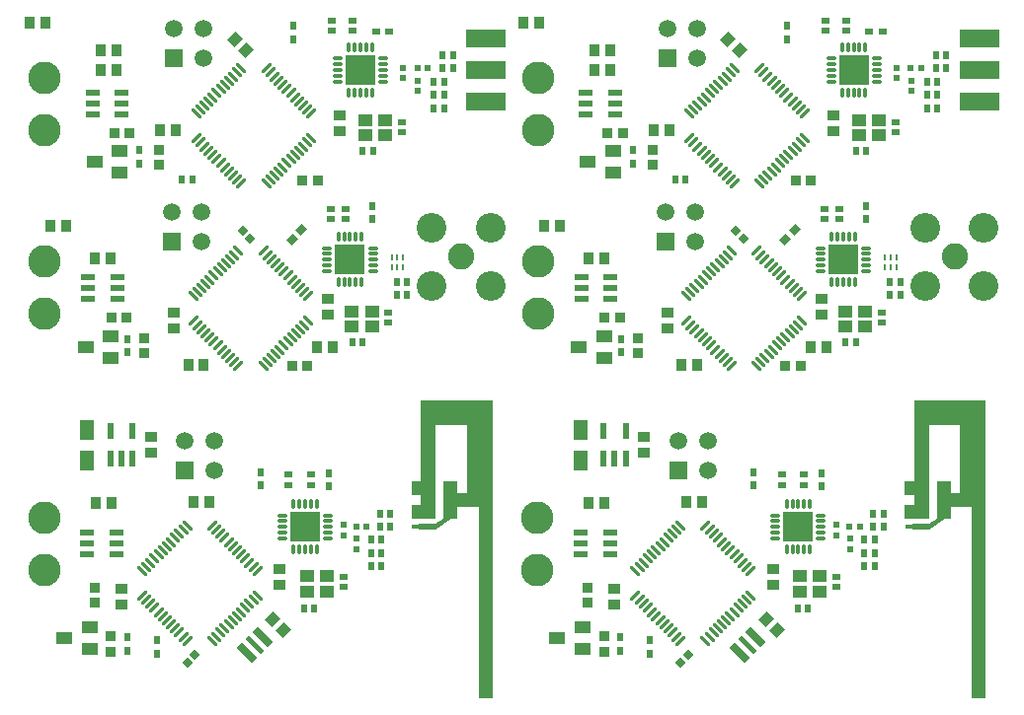
<source format=gts>
G04*
G04 #@! TF.GenerationSoftware,Altium Limited,Altium Designer,22.10.1 (41)*
G04*
G04 Layer_Color=9720587*
%FSTAX24Y24*%
%MOIN*%
G70*
G04*
G04 #@! TF.SameCoordinates,68DEA821-BA8F-46B5-960C-AC53CEFB18E0*
G04*
G04*
G04 #@! TF.FilePolarity,Negative*
G04*
G01*
G75*
%ADD10R,0.0252X0.0236*%
G04:AMPARAMS|DCode=11|XSize=11.8mil|YSize=47.2mil|CornerRadius=0mil|HoleSize=0mil|Usage=FLASHONLY|Rotation=135.000|XOffset=0mil|YOffset=0mil|HoleType=Round|Shape=Round|*
%AMOVALD11*
21,1,0.0354,0.0118,0.0000,0.0000,225.0*
1,1,0.0118,0.0125,0.0125*
1,1,0.0118,-0.0125,-0.0125*
%
%ADD11OVALD11*%

G04:AMPARAMS|DCode=12|XSize=11.8mil|YSize=47.2mil|CornerRadius=0mil|HoleSize=0mil|Usage=FLASHONLY|Rotation=225.000|XOffset=0mil|YOffset=0mil|HoleType=Round|Shape=Round|*
%AMOVALD12*
21,1,0.0354,0.0118,0.0000,0.0000,315.0*
1,1,0.0118,-0.0125,0.0125*
1,1,0.0118,0.0125,-0.0125*
%
%ADD12OVALD12*%

%ADD13R,0.0236X0.0295*%
G04:AMPARAMS|DCode=14|XSize=47.6mil|YSize=23.2mil|CornerRadius=2.9mil|HoleSize=0mil|Usage=FLASHONLY|Rotation=0.000|XOffset=0mil|YOffset=0mil|HoleType=Round|Shape=RoundedRectangle|*
%AMROUNDEDRECTD14*
21,1,0.0476,0.0174,0,0,0.0*
21,1,0.0418,0.0232,0,0,0.0*
1,1,0.0058,0.0209,-0.0087*
1,1,0.0058,-0.0209,-0.0087*
1,1,0.0058,-0.0209,0.0087*
1,1,0.0058,0.0209,0.0087*
%
%ADD14ROUNDEDRECTD14*%
%ADD15R,0.0236X0.0252*%
%ADD16R,0.0394X0.0354*%
%ADD17R,0.0472X0.0394*%
%ADD18R,0.0197X0.0236*%
%ADD19R,0.0236X0.0197*%
%ADD20R,0.0354X0.0394*%
G04:AMPARAMS|DCode=21|XSize=23.6mil|YSize=74.8mil|CornerRadius=0mil|HoleSize=0mil|Usage=FLASHONLY|Rotation=45.000|XOffset=0mil|YOffset=0mil|HoleType=Round|Shape=Rectangle|*
%AMROTATEDRECTD21*
4,1,4,0.0181,-0.0348,-0.0348,0.0181,-0.0181,0.0348,0.0348,-0.0181,0.0181,-0.0348,0.0*
%
%ADD21ROTATEDRECTD21*%

G04:AMPARAMS|DCode=22|XSize=15.7mil|YSize=74.8mil|CornerRadius=0mil|HoleSize=0mil|Usage=FLASHONLY|Rotation=45.000|XOffset=0mil|YOffset=0mil|HoleType=Round|Shape=Rectangle|*
%AMROTATEDRECTD22*
4,1,4,0.0209,-0.0320,-0.0320,0.0209,-0.0209,0.0320,0.0320,-0.0209,0.0209,-0.0320,0.0*
%
%ADD22ROTATEDRECTD22*%

G04:AMPARAMS|DCode=23|XSize=39.4mil|YSize=35.4mil|CornerRadius=0mil|HoleSize=0mil|Usage=FLASHONLY|Rotation=45.000|XOffset=0mil|YOffset=0mil|HoleType=Round|Shape=Rectangle|*
%AMROTATEDRECTD23*
4,1,4,-0.0014,-0.0264,-0.0264,-0.0014,0.0014,0.0264,0.0264,0.0014,-0.0014,-0.0264,0.0*
%
%ADD23ROTATEDRECTD23*%

G04:AMPARAMS|DCode=24|XSize=25.2mil|YSize=23.6mil|CornerRadius=0mil|HoleSize=0mil|Usage=FLASHONLY|Rotation=135.000|XOffset=0mil|YOffset=0mil|HoleType=Round|Shape=Rectangle|*
%AMROTATEDRECTD24*
4,1,4,0.0173,-0.0006,0.0006,-0.0173,-0.0173,0.0006,-0.0006,0.0173,0.0173,-0.0006,0.0*
%
%ADD24ROTATEDRECTD24*%

%ADD25R,0.0374X0.0335*%
G04:AMPARAMS|DCode=26|XSize=31.9mil|YSize=10.2mil|CornerRadius=1.3mil|HoleSize=0mil|Usage=FLASHONLY|Rotation=90.000|XOffset=0mil|YOffset=0mil|HoleType=Round|Shape=RoundedRectangle|*
%AMROUNDEDRECTD26*
21,1,0.0319,0.0077,0,0,90.0*
21,1,0.0293,0.0102,0,0,90.0*
1,1,0.0026,0.0038,0.0147*
1,1,0.0026,0.0038,-0.0147*
1,1,0.0026,-0.0038,-0.0147*
1,1,0.0026,-0.0038,0.0147*
%
%ADD26ROUNDEDRECTD26*%
G04:AMPARAMS|DCode=27|XSize=31.9mil|YSize=10.2mil|CornerRadius=1.3mil|HoleSize=0mil|Usage=FLASHONLY|Rotation=0.000|XOffset=0mil|YOffset=0mil|HoleType=Round|Shape=RoundedRectangle|*
%AMROUNDEDRECTD27*
21,1,0.0319,0.0077,0,0,0.0*
21,1,0.0293,0.0102,0,0,0.0*
1,1,0.0026,0.0147,-0.0038*
1,1,0.0026,-0.0147,-0.0038*
1,1,0.0026,-0.0147,0.0038*
1,1,0.0026,0.0147,0.0038*
%
%ADD27ROUNDEDRECTD27*%
%ADD28R,0.1024X0.1024*%
%ADD30R,0.0394X0.0181*%
%ADD31R,0.0197X0.0472*%
%ADD33R,0.0551X0.0394*%
%ADD34R,0.0236X0.0520*%
%ADD35R,0.0484X0.0709*%
%ADD46R,0.0295X0.0236*%
%ADD47R,0.1378X0.0591*%
%ADD48R,0.0335X0.0374*%
%ADD54R,0.0236X0.0295*%
%ADD55R,0.0252X0.0236*%
G04:AMPARAMS|DCode=56|XSize=47.6mil|YSize=23.2mil|CornerRadius=2.9mil|HoleSize=0mil|Usage=FLASHONLY|Rotation=360.000|XOffset=0mil|YOffset=0mil|HoleType=Round|Shape=RoundedRectangle|*
%AMROUNDEDRECTD56*
21,1,0.0476,0.0174,0,0,360.0*
21,1,0.0418,0.0232,0,0,360.0*
1,1,0.0058,0.0209,-0.0087*
1,1,0.0058,-0.0209,-0.0087*
1,1,0.0058,-0.0209,0.0087*
1,1,0.0058,0.0209,0.0087*
%
%ADD56ROUNDEDRECTD56*%
G04:AMPARAMS|DCode=57|XSize=31.9mil|YSize=10.2mil|CornerRadius=1.3mil|HoleSize=0mil|Usage=FLASHONLY|Rotation=360.000|XOffset=0mil|YOffset=0mil|HoleType=Round|Shape=RoundedRectangle|*
%AMROUNDEDRECTD57*
21,1,0.0319,0.0077,0,0,360.0*
21,1,0.0293,0.0102,0,0,360.0*
1,1,0.0026,0.0147,-0.0038*
1,1,0.0026,-0.0147,-0.0038*
1,1,0.0026,-0.0147,0.0038*
1,1,0.0026,0.0147,0.0038*
%
%ADD57ROUNDEDRECTD57*%
%ADD58R,0.1024X0.1024*%
%ADD59R,0.0394X0.0354*%
%ADD60R,0.0098X0.0217*%
G04:AMPARAMS|DCode=61|XSize=23.6mil|YSize=29.5mil|CornerRadius=0mil|HoleSize=0mil|Usage=FLASHONLY|Rotation=315.000|XOffset=0mil|YOffset=0mil|HoleType=Round|Shape=Rectangle|*
%AMROTATEDRECTD61*
4,1,4,-0.0188,-0.0021,0.0021,0.0188,0.0188,0.0021,-0.0021,-0.0188,-0.0188,-0.0021,0.0*
%
%ADD61ROTATEDRECTD61*%

G04:AMPARAMS|DCode=62|XSize=25.2mil|YSize=23.6mil|CornerRadius=0mil|HoleSize=0mil|Usage=FLASHONLY|Rotation=45.000|XOffset=0mil|YOffset=0mil|HoleType=Round|Shape=Rectangle|*
%AMROTATEDRECTD62*
4,1,4,-0.0006,-0.0173,-0.0173,-0.0006,0.0006,0.0173,0.0173,0.0006,-0.0006,-0.0173,0.0*
%
%ADD62ROTATEDRECTD62*%

%ADD63C,0.1102*%
%ADD64R,0.0594X0.0594*%
%ADD65C,0.0594*%
%ADD67C,0.1004*%
%ADD68C,0.0886*%
G36*
X036575Y004209D02*
X036099Y004209D01*
Y010666D01*
X03539D01*
Y010272D01*
X035185D01*
X034654Y009914D01*
X034091D01*
Y010095D01*
X034654Y010095D01*
X034913Y010272D01*
Y011532D01*
X03539D01*
Y011138D01*
X035705D01*
Y013422D01*
X034654Y013422D01*
Y010272D01*
X033941D01*
Y010745D01*
X034146D01*
Y01106D01*
X033941D01*
Y011532D01*
X034146D01*
Y01428D01*
X036575D01*
Y004209D01*
D02*
G37*
G36*
X019921D02*
X019445Y004209D01*
Y010666D01*
X018736D01*
Y010272D01*
X018531D01*
X018Y009914D01*
X017437D01*
Y010095D01*
X018Y010095D01*
X01826Y010272D01*
Y011532D01*
X018736D01*
Y011138D01*
X019051D01*
Y013422D01*
X018Y013422D01*
Y010272D01*
X017287D01*
Y010745D01*
X017492D01*
Y01106D01*
X017287D01*
Y011532D01*
X017492D01*
Y01428D01*
X019921D01*
Y004209D01*
D02*
G37*
D10*
X029691Y01176D02*
D03*
Y011414D02*
D03*
X031541Y00831D02*
D03*
Y007964D02*
D03*
X030441Y011414D02*
D03*
Y01176D02*
D03*
X013037D02*
D03*
Y011414D02*
D03*
X014887Y00831D02*
D03*
Y007964D02*
D03*
X013787Y011414D02*
D03*
Y01176D02*
D03*
X01521Y027114D02*
D03*
Y026767D02*
D03*
X01451Y027114D02*
D03*
Y026767D02*
D03*
X01686Y023317D02*
D03*
Y023664D02*
D03*
X033513Y023317D02*
D03*
Y023664D02*
D03*
X01496Y020397D02*
D03*
Y020743D02*
D03*
X01446Y020397D02*
D03*
Y020743D02*
D03*
X01641Y016897D02*
D03*
Y017243D02*
D03*
X033063Y016897D02*
D03*
Y017243D02*
D03*
D11*
X026273Y006138D02*
D03*
X026134Y006277D02*
D03*
X025995Y006417D02*
D03*
X025855Y006556D02*
D03*
X025716Y006695D02*
D03*
X025577Y006834D02*
D03*
X025438Y006973D02*
D03*
X025299Y007113D02*
D03*
X025159Y007252D02*
D03*
X02502Y007391D02*
D03*
X024881Y00753D02*
D03*
X024742Y007669D02*
D03*
X027108Y010036D02*
D03*
X027247Y009897D02*
D03*
X027387Y009757D02*
D03*
X027526Y009618D02*
D03*
X027665Y009479D02*
D03*
X027804Y00934D02*
D03*
X027943Y009201D02*
D03*
X028082Y009061D02*
D03*
X028222Y008922D02*
D03*
X028361Y008783D02*
D03*
X0285Y008644D02*
D03*
X028639Y008505D02*
D03*
X009619Y006138D02*
D03*
X00948Y006277D02*
D03*
X009341Y006417D02*
D03*
X009202Y006556D02*
D03*
X009063Y006695D02*
D03*
X008923Y006834D02*
D03*
X008784Y006973D02*
D03*
X008645Y007113D02*
D03*
X008506Y007252D02*
D03*
X008367Y007391D02*
D03*
X008227Y00753D02*
D03*
X008088Y007669D02*
D03*
X010455Y010036D02*
D03*
X010594Y009897D02*
D03*
X010733Y009757D02*
D03*
X010872Y009618D02*
D03*
X011011Y009479D02*
D03*
X011151Y00934D02*
D03*
X01129Y009201D02*
D03*
X011429Y009061D02*
D03*
X011568Y008922D02*
D03*
X011707Y008783D02*
D03*
X011847Y008644D02*
D03*
X011986Y008505D02*
D03*
X013809Y023958D02*
D03*
X013669Y024097D02*
D03*
X01353Y024237D02*
D03*
X013391Y024376D02*
D03*
X013252Y024515D02*
D03*
X013113Y024654D02*
D03*
X012973Y024793D02*
D03*
X012834Y024932D02*
D03*
X012695Y025072D02*
D03*
X012556Y025211D02*
D03*
X012417Y02535D02*
D03*
X012277Y025489D02*
D03*
X009911Y023123D02*
D03*
X01005Y022984D02*
D03*
X01019Y022845D02*
D03*
X010329Y022705D02*
D03*
X010468Y022566D02*
D03*
X010607Y022427D02*
D03*
X010746Y022288D02*
D03*
X010886Y022149D02*
D03*
X011025Y022009D02*
D03*
X011164Y02187D02*
D03*
X011303Y021731D02*
D03*
X011442Y021592D02*
D03*
X030462Y023958D02*
D03*
X030323Y024097D02*
D03*
X030184Y024237D02*
D03*
X030045Y024376D02*
D03*
X029905Y024515D02*
D03*
X029766Y024654D02*
D03*
X029627Y024793D02*
D03*
X029488Y024932D02*
D03*
X029349Y025072D02*
D03*
X029209Y025211D02*
D03*
X02907Y02535D02*
D03*
X028931Y025489D02*
D03*
X026565Y023123D02*
D03*
X026704Y022984D02*
D03*
X026843Y022845D02*
D03*
X026982Y022705D02*
D03*
X027122Y022566D02*
D03*
X027261Y022427D02*
D03*
X0274Y022288D02*
D03*
X027539Y022149D02*
D03*
X027678Y022009D02*
D03*
X027817Y02187D02*
D03*
X027957Y021731D02*
D03*
X028096Y021592D02*
D03*
X011342Y015421D02*
D03*
X011203Y015561D02*
D03*
X011064Y0157D02*
D03*
X010925Y015839D02*
D03*
X010786Y015978D02*
D03*
X010646Y016117D02*
D03*
X010507Y016257D02*
D03*
X010368Y016396D02*
D03*
X010229Y016535D02*
D03*
X01009Y016674D02*
D03*
X00995Y016813D02*
D03*
X009811Y016952D02*
D03*
X012177Y019319D02*
D03*
X012317Y01918D02*
D03*
X012456Y01904D02*
D03*
X012595Y018901D02*
D03*
X012734Y018762D02*
D03*
X012873Y018623D02*
D03*
X013013Y018484D02*
D03*
X013152Y018344D02*
D03*
X013291Y018205D02*
D03*
X01343Y018066D02*
D03*
X013569Y017927D02*
D03*
X013709Y017788D02*
D03*
X027996Y015421D02*
D03*
X027857Y015561D02*
D03*
X027717Y0157D02*
D03*
X027578Y015839D02*
D03*
X027439Y015978D02*
D03*
X0273Y016117D02*
D03*
X027161Y016257D02*
D03*
X027022Y016396D02*
D03*
X026882Y016535D02*
D03*
X026743Y016674D02*
D03*
X026604Y016813D02*
D03*
X026465Y016952D02*
D03*
X028831Y019319D02*
D03*
X02897Y01918D02*
D03*
X029109Y01904D02*
D03*
X029249Y018901D02*
D03*
X029388Y018762D02*
D03*
X029527Y018623D02*
D03*
X029666Y018484D02*
D03*
X029805Y018344D02*
D03*
X029945Y018205D02*
D03*
X030084Y018066D02*
D03*
X030223Y017927D02*
D03*
X030362Y017788D02*
D03*
D12*
X024742Y008505D02*
D03*
X024881Y008644D02*
D03*
X02502Y008783D02*
D03*
X025159Y008922D02*
D03*
X025299Y009061D02*
D03*
X025438Y009201D02*
D03*
X025577Y00934D02*
D03*
X025716Y009479D02*
D03*
X025855Y009618D02*
D03*
X025995Y009757D02*
D03*
X026134Y009897D02*
D03*
X026273Y010036D02*
D03*
X028639Y007669D02*
D03*
X0285Y00753D02*
D03*
X028361Y007391D02*
D03*
X028222Y007252D02*
D03*
X028082Y007113D02*
D03*
X027943Y006973D02*
D03*
X027804Y006834D02*
D03*
X027665Y006695D02*
D03*
X027526Y006556D02*
D03*
X027387Y006417D02*
D03*
X027247Y006277D02*
D03*
X027108Y006138D02*
D03*
X008088Y008505D02*
D03*
X008227Y008644D02*
D03*
X008367Y008783D02*
D03*
X008506Y008922D02*
D03*
X008645Y009061D02*
D03*
X008784Y009201D02*
D03*
X008923Y00934D02*
D03*
X009063Y009479D02*
D03*
X009202Y009618D02*
D03*
X009341Y009757D02*
D03*
X00948Y009897D02*
D03*
X009619Y010036D02*
D03*
X011986Y007669D02*
D03*
X011847Y00753D02*
D03*
X011707Y007391D02*
D03*
X011568Y007252D02*
D03*
X011429Y007113D02*
D03*
X01129Y006973D02*
D03*
X011151Y006834D02*
D03*
X011011Y006695D02*
D03*
X010872Y006556D02*
D03*
X010733Y006417D02*
D03*
X010594Y006277D02*
D03*
X010455Y006138D02*
D03*
X012277Y021592D02*
D03*
X012417Y021731D02*
D03*
X012556Y02187D02*
D03*
X012695Y022009D02*
D03*
X012834Y022149D02*
D03*
X012973Y022288D02*
D03*
X013113Y022427D02*
D03*
X013252Y022566D02*
D03*
X013391Y022705D02*
D03*
X01353Y022845D02*
D03*
X013669Y022984D02*
D03*
X013809Y023123D02*
D03*
X011442Y025489D02*
D03*
X011303Y02535D02*
D03*
X011164Y025211D02*
D03*
X011025Y025072D02*
D03*
X010886Y024932D02*
D03*
X010746Y024793D02*
D03*
X010607Y024654D02*
D03*
X010468Y024515D02*
D03*
X010329Y024376D02*
D03*
X01019Y024237D02*
D03*
X01005Y024097D02*
D03*
X009911Y023958D02*
D03*
X028931Y021592D02*
D03*
X02907Y021731D02*
D03*
X029209Y02187D02*
D03*
X029349Y022009D02*
D03*
X029488Y022149D02*
D03*
X029627Y022288D02*
D03*
X029766Y022427D02*
D03*
X029905Y022566D02*
D03*
X030045Y022705D02*
D03*
X030184Y022845D02*
D03*
X030323Y022984D02*
D03*
X030462Y023123D02*
D03*
X028096Y025489D02*
D03*
X027957Y02535D02*
D03*
X027817Y025211D02*
D03*
X027678Y025072D02*
D03*
X027539Y024932D02*
D03*
X0274Y024793D02*
D03*
X027261Y024654D02*
D03*
X027122Y024515D02*
D03*
X026982Y024376D02*
D03*
X026843Y024237D02*
D03*
X026704Y024097D02*
D03*
X026565Y023958D02*
D03*
X009811Y017788D02*
D03*
X00995Y017927D02*
D03*
X01009Y018066D02*
D03*
X010229Y018205D02*
D03*
X010368Y018344D02*
D03*
X010507Y018484D02*
D03*
X010646Y018623D02*
D03*
X010786Y018762D02*
D03*
X010925Y018901D02*
D03*
X011064Y01904D02*
D03*
X011203Y01918D02*
D03*
X011342Y019319D02*
D03*
X013709Y016952D02*
D03*
X013569Y016813D02*
D03*
X01343Y016674D02*
D03*
X013291Y016535D02*
D03*
X013152Y016396D02*
D03*
X013013Y016257D02*
D03*
X012873Y016117D02*
D03*
X012734Y015978D02*
D03*
X012595Y015839D02*
D03*
X012456Y0157D02*
D03*
X012317Y015561D02*
D03*
X012177Y015421D02*
D03*
X026465Y017788D02*
D03*
X026604Y017927D02*
D03*
X026743Y018066D02*
D03*
X026882Y018205D02*
D03*
X027022Y018344D02*
D03*
X027161Y018484D02*
D03*
X0273Y018623D02*
D03*
X027439Y018762D02*
D03*
X027578Y018901D02*
D03*
X027717Y01904D02*
D03*
X027857Y01918D02*
D03*
X027996Y019319D02*
D03*
X030362Y016952D02*
D03*
X030223Y016813D02*
D03*
X030084Y016674D02*
D03*
X029945Y016535D02*
D03*
X029805Y016396D02*
D03*
X029666Y016257D02*
D03*
X029527Y016117D02*
D03*
X029388Y015978D02*
D03*
X029249Y015839D02*
D03*
X029109Y0157D02*
D03*
X02897Y015561D02*
D03*
X028831Y015421D02*
D03*
D13*
X024241Y005811D02*
D03*
Y006263D02*
D03*
X031041Y011813D02*
D03*
Y011361D02*
D03*
X025241Y005711D02*
D03*
Y006163D02*
D03*
X028741Y011841D02*
D03*
Y011388D02*
D03*
X007587Y005811D02*
D03*
Y006263D02*
D03*
X014387Y011813D02*
D03*
Y011361D02*
D03*
X008587Y005711D02*
D03*
Y006163D02*
D03*
X012087Y011841D02*
D03*
Y011388D02*
D03*
X01321Y026464D02*
D03*
Y026917D02*
D03*
X00801Y022264D02*
D03*
X00801Y022717D02*
D03*
X024663Y022264D02*
D03*
X024663Y022717D02*
D03*
X01586Y020394D02*
D03*
Y020846D02*
D03*
X00761Y016346D02*
D03*
Y015894D02*
D03*
X024263Y016346D02*
D03*
Y015894D02*
D03*
D14*
X023885Y009063D02*
D03*
Y009811D02*
D03*
X022896D02*
D03*
Y009437D02*
D03*
Y009063D02*
D03*
X023885Y009437D02*
D03*
X007231Y009063D02*
D03*
Y009811D02*
D03*
X006243D02*
D03*
Y009437D02*
D03*
Y009063D02*
D03*
X007231Y009437D02*
D03*
X006416Y024665D02*
D03*
Y024291D02*
D03*
Y023917D02*
D03*
X007404D02*
D03*
Y024291D02*
D03*
Y024665D02*
D03*
X006266Y018444D02*
D03*
X007254D02*
D03*
Y01807D02*
D03*
Y017696D02*
D03*
X006266D02*
D03*
Y01807D02*
D03*
D15*
X032467Y008665D02*
D03*
X032814D02*
D03*
X032767Y010437D02*
D03*
X033114D02*
D03*
X032767Y010015D02*
D03*
X033114D02*
D03*
X030217Y007237D02*
D03*
X030564D02*
D03*
X032467Y009115D02*
D03*
X032814D02*
D03*
X032467Y009565D02*
D03*
X032814D02*
D03*
X015814Y008665D02*
D03*
X01616D02*
D03*
X016114Y010437D02*
D03*
X01646D02*
D03*
X016114Y010015D02*
D03*
X01646D02*
D03*
X013564Y007237D02*
D03*
X01391D02*
D03*
X015814Y009115D02*
D03*
X01616D02*
D03*
X015814Y009565D02*
D03*
X01616D02*
D03*
X015883Y022691D02*
D03*
X015537D02*
D03*
X018283Y024141D02*
D03*
X017937D02*
D03*
X018283Y024591D02*
D03*
X017937D02*
D03*
X018283Y025041D02*
D03*
X017937D02*
D03*
X018583Y025941D02*
D03*
X018237D02*
D03*
X018583Y025491D02*
D03*
X018237D02*
D03*
X009437Y021741D02*
D03*
X009783D02*
D03*
X032537Y022691D02*
D03*
X03219D02*
D03*
X034937Y024141D02*
D03*
X03459D02*
D03*
X034937Y024591D02*
D03*
X03459D02*
D03*
X034937Y025041D02*
D03*
X03459D02*
D03*
X035237Y025941D02*
D03*
X03489D02*
D03*
X035237Y025491D02*
D03*
X03489D02*
D03*
X02609Y021741D02*
D03*
X026437D02*
D03*
X017033Y01827D02*
D03*
X016687D02*
D03*
X017033Y01782D02*
D03*
X016687D02*
D03*
X015533Y01622D02*
D03*
X015187D02*
D03*
X033687Y01827D02*
D03*
X03334D02*
D03*
X033687Y01782D02*
D03*
X03334D02*
D03*
X032187Y01622D02*
D03*
X03184D02*
D03*
D16*
X029391Y008553D02*
D03*
Y008021D02*
D03*
X024041Y007903D02*
D03*
Y007371D02*
D03*
X025041Y013031D02*
D03*
Y012499D02*
D03*
X012737Y008553D02*
D03*
Y008021D02*
D03*
X007387Y007903D02*
D03*
Y007371D02*
D03*
X008387Y013031D02*
D03*
Y012499D02*
D03*
X01476Y023906D02*
D03*
Y023375D02*
D03*
X01436Y017154D02*
D03*
Y017686D02*
D03*
X00916Y016704D02*
D03*
Y017236D02*
D03*
D17*
X030975Y008321D02*
D03*
X030306D02*
D03*
Y007809D02*
D03*
X030975D02*
D03*
X014322Y008321D02*
D03*
X013652D02*
D03*
Y007809D02*
D03*
X014322D02*
D03*
X016295Y023235D02*
D03*
X015625D02*
D03*
Y023746D02*
D03*
X016295D02*
D03*
X032948Y023235D02*
D03*
X032279D02*
D03*
Y023746D02*
D03*
X032948D02*
D03*
X015845Y016764D02*
D03*
X015175D02*
D03*
Y017276D02*
D03*
X015845D02*
D03*
X032498Y016764D02*
D03*
X031829D02*
D03*
Y017276D02*
D03*
X032498D02*
D03*
D18*
X031967Y010015D02*
D03*
X032314D02*
D03*
X015314D02*
D03*
X01566D02*
D03*
X017733Y025491D02*
D03*
X017387D02*
D03*
X034387D02*
D03*
X03404D02*
D03*
D19*
X031541Y009714D02*
D03*
Y01006D02*
D03*
X031991Y009588D02*
D03*
Y009242D02*
D03*
X014887Y009714D02*
D03*
Y01006D02*
D03*
X015337Y009588D02*
D03*
Y009242D02*
D03*
X01741Y024717D02*
D03*
Y025064D02*
D03*
X01691Y025514D02*
D03*
Y025167D02*
D03*
X034063Y024717D02*
D03*
Y025064D02*
D03*
X033563Y025514D02*
D03*
Y025167D02*
D03*
D20*
X027006Y010837D02*
D03*
X026475D02*
D03*
X023706Y010787D02*
D03*
X023175D02*
D03*
X010353Y010837D02*
D03*
X009821D02*
D03*
X007053Y010787D02*
D03*
X006521D02*
D03*
X008694Y023391D02*
D03*
X009226D02*
D03*
X004294Y027041D02*
D03*
X004826D02*
D03*
X006694Y025441D02*
D03*
X007226D02*
D03*
Y026091D02*
D03*
X006694D02*
D03*
X025348Y023391D02*
D03*
X025879D02*
D03*
X020948Y027041D02*
D03*
X021479D02*
D03*
X023348Y025441D02*
D03*
X023879D02*
D03*
Y026091D02*
D03*
X023348D02*
D03*
X013994Y01607D02*
D03*
X014526D02*
D03*
X009644Y01547D02*
D03*
X010176D02*
D03*
X006494Y01907D02*
D03*
X007026D02*
D03*
X005526Y02017D02*
D03*
X004994D02*
D03*
X030648Y01607D02*
D03*
X031179D02*
D03*
X026298Y01547D02*
D03*
X026829D02*
D03*
X023148Y01907D02*
D03*
X023679D02*
D03*
X022179Y02017D02*
D03*
X021648D02*
D03*
D21*
X028805Y006251D02*
D03*
X028276Y005723D02*
D03*
X012151Y006251D02*
D03*
X011623Y005723D02*
D03*
D22*
X028541Y005987D02*
D03*
X011887D02*
D03*
D23*
X029153Y006875D02*
D03*
X029528Y006499D02*
D03*
X012499Y006875D02*
D03*
X012875Y006499D02*
D03*
X011222Y026478D02*
D03*
X011598Y026103D02*
D03*
X027876Y026478D02*
D03*
X028251Y026103D02*
D03*
D24*
X026513Y005659D02*
D03*
X026268Y005415D02*
D03*
X009859Y005659D02*
D03*
X009615Y005415D02*
D03*
D25*
X023691Y006293D02*
D03*
Y005781D02*
D03*
X023141Y007431D02*
D03*
Y007943D02*
D03*
X007037Y006293D02*
D03*
Y005781D02*
D03*
X006487Y007431D02*
D03*
Y007943D02*
D03*
X00866Y022235D02*
D03*
Y022746D02*
D03*
X025313Y022235D02*
D03*
Y022746D02*
D03*
X00816Y016376D02*
D03*
Y015864D02*
D03*
X024813Y016376D02*
D03*
Y015864D02*
D03*
D26*
X029847Y009219D02*
D03*
X030044D02*
D03*
X030241D02*
D03*
X030437D02*
D03*
X030634D02*
D03*
Y010755D02*
D03*
X030437D02*
D03*
X030241D02*
D03*
X030044D02*
D03*
X029847D02*
D03*
X013193Y009219D02*
D03*
X01339D02*
D03*
X013587D02*
D03*
X013784D02*
D03*
X013981D02*
D03*
Y010755D02*
D03*
X013784D02*
D03*
X013587D02*
D03*
X01339D02*
D03*
X013193D02*
D03*
X015066Y024673D02*
D03*
X015263D02*
D03*
X01546D02*
D03*
X015657D02*
D03*
X015854D02*
D03*
Y026208D02*
D03*
X015657D02*
D03*
X01546D02*
D03*
X015263D02*
D03*
X015066D02*
D03*
X03172Y024673D02*
D03*
X031917D02*
D03*
X032113D02*
D03*
X03231D02*
D03*
X032507D02*
D03*
Y026208D02*
D03*
X03231D02*
D03*
X032113D02*
D03*
X031917D02*
D03*
X03172D02*
D03*
X014716Y019788D02*
D03*
X014913D02*
D03*
X01511D02*
D03*
X015307D02*
D03*
X015504D02*
D03*
Y018252D02*
D03*
X015307D02*
D03*
X01511D02*
D03*
X014913D02*
D03*
X014716D02*
D03*
X03137Y019788D02*
D03*
X031567D02*
D03*
X031763D02*
D03*
X03196D02*
D03*
X032157D02*
D03*
Y018252D02*
D03*
X03196D02*
D03*
X031763D02*
D03*
X031567D02*
D03*
X03137D02*
D03*
D27*
X029473Y010381D02*
D03*
Y010184D02*
D03*
Y009987D02*
D03*
Y00979D02*
D03*
Y009593D02*
D03*
X031008D02*
D03*
Y00979D02*
D03*
Y009987D02*
D03*
Y010184D02*
D03*
Y010381D02*
D03*
X012819D02*
D03*
Y010184D02*
D03*
Y009987D02*
D03*
Y00979D02*
D03*
Y009593D02*
D03*
X014355D02*
D03*
Y00979D02*
D03*
Y009987D02*
D03*
Y010184D02*
D03*
Y010381D02*
D03*
X014692Y025834D02*
D03*
Y025637D02*
D03*
Y025441D02*
D03*
Y025244D02*
D03*
Y025047D02*
D03*
X016228D02*
D03*
Y025244D02*
D03*
Y025441D02*
D03*
Y025637D02*
D03*
Y025834D02*
D03*
X015878Y019414D02*
D03*
Y019217D02*
D03*
Y01902D02*
D03*
Y018823D02*
D03*
Y018626D02*
D03*
X014342D02*
D03*
Y018823D02*
D03*
Y01902D02*
D03*
Y019217D02*
D03*
Y019414D02*
D03*
D28*
X030241Y009987D02*
D03*
X013587D02*
D03*
X01546Y025441D02*
D03*
X01511Y01902D02*
D03*
D30*
X034051Y010004D02*
D03*
X017398D02*
D03*
D31*
X033941Y011296D02*
D03*
Y010508D02*
D03*
X017287Y011296D02*
D03*
Y010508D02*
D03*
D33*
X022107Y006237D02*
D03*
X022974Y006611D02*
D03*
Y005863D02*
D03*
X005454Y006237D02*
D03*
X00632Y006611D02*
D03*
Y005863D02*
D03*
X007343Y021967D02*
D03*
Y022715D02*
D03*
X006477Y022341D02*
D03*
X023997Y021967D02*
D03*
Y022715D02*
D03*
X02313Y022341D02*
D03*
X007043Y015696D02*
D03*
Y016444D02*
D03*
X006177Y01607D02*
D03*
X023697Y015696D02*
D03*
Y016444D02*
D03*
X02283Y01607D02*
D03*
D34*
X023667Y012312D02*
D03*
X024041D02*
D03*
X024415D02*
D03*
Y013218D02*
D03*
X023667D02*
D03*
X007013Y012312D02*
D03*
X007387D02*
D03*
X007761D02*
D03*
Y013218D02*
D03*
X007013D02*
D03*
D35*
X022891Y013281D02*
D03*
Y012249D02*
D03*
X006237Y013281D02*
D03*
Y012249D02*
D03*
D46*
X015984Y026741D02*
D03*
X016436D02*
D03*
X032637D02*
D03*
X03309D02*
D03*
D47*
X01971Y026504D02*
D03*
Y024378D02*
D03*
Y025441D02*
D03*
Y026504D02*
D03*
Y024378D02*
D03*
X036363Y026504D02*
D03*
Y024378D02*
D03*
Y025441D02*
D03*
Y026504D02*
D03*
Y024378D02*
D03*
D48*
X007666Y023291D02*
D03*
X007154D02*
D03*
X013504Y021691D02*
D03*
X014016D02*
D03*
X024319Y023291D02*
D03*
X023808D02*
D03*
X030158Y021691D02*
D03*
X030669D02*
D03*
X013666Y01542D02*
D03*
X013154D02*
D03*
X007566Y01707D02*
D03*
X007054D02*
D03*
X030319Y01542D02*
D03*
X029808D02*
D03*
X024219Y01707D02*
D03*
X023708D02*
D03*
D54*
X029863Y026464D02*
D03*
Y026917D02*
D03*
X032513Y020394D02*
D03*
Y020846D02*
D03*
D55*
X031863Y027114D02*
D03*
Y026767D02*
D03*
X031163Y027114D02*
D03*
Y026767D02*
D03*
X031613Y020397D02*
D03*
Y020743D02*
D03*
X031113Y020397D02*
D03*
Y020743D02*
D03*
D56*
X023069Y024665D02*
D03*
Y024291D02*
D03*
Y023917D02*
D03*
X024058D02*
D03*
Y024291D02*
D03*
Y024665D02*
D03*
X022919Y018444D02*
D03*
X023908D02*
D03*
Y01807D02*
D03*
Y017696D02*
D03*
X022919D02*
D03*
Y01807D02*
D03*
D57*
X031346Y025834D02*
D03*
Y025637D02*
D03*
Y025441D02*
D03*
Y025244D02*
D03*
Y025047D02*
D03*
X032881D02*
D03*
Y025244D02*
D03*
Y025441D02*
D03*
Y025637D02*
D03*
Y025834D02*
D03*
X032531Y019414D02*
D03*
Y019217D02*
D03*
Y01902D02*
D03*
Y018823D02*
D03*
Y018626D02*
D03*
X030996D02*
D03*
Y018823D02*
D03*
Y01902D02*
D03*
Y019217D02*
D03*
Y019414D02*
D03*
D58*
X032113Y025441D02*
D03*
X031763Y01902D02*
D03*
D59*
X031413Y023906D02*
D03*
Y023375D02*
D03*
X031013Y017154D02*
D03*
Y017686D02*
D03*
X025813Y016704D02*
D03*
Y017236D02*
D03*
D60*
X016513Y018753D02*
D03*
Y019087D02*
D03*
X016907Y018753D02*
D03*
Y019087D02*
D03*
X01671Y018753D02*
D03*
Y019087D02*
D03*
X033167Y018753D02*
D03*
Y019087D02*
D03*
X03356Y018753D02*
D03*
Y019087D02*
D03*
X033363Y018753D02*
D03*
Y019087D02*
D03*
D61*
X01347Y02003D02*
D03*
X01315Y01971D02*
D03*
X030124Y02003D02*
D03*
X029803Y01971D02*
D03*
D62*
X011732Y019748D02*
D03*
X011487Y019993D02*
D03*
X028386Y019748D02*
D03*
X028141Y019993D02*
D03*
D63*
X021434Y010301D02*
D03*
X021434Y008529D02*
D03*
X004781Y010301D02*
D03*
X004781Y008529D02*
D03*
X004804Y025176D02*
D03*
X004804Y023405D02*
D03*
X021457Y025176D02*
D03*
X021457Y023405D02*
D03*
X004804Y017184D02*
D03*
X004804Y018956D02*
D03*
X021457Y017184D02*
D03*
X021457Y018956D02*
D03*
D64*
X026191Y011887D02*
D03*
X009537D02*
D03*
X00916Y025841D02*
D03*
X025813D02*
D03*
X00911Y01962D02*
D03*
X025763D02*
D03*
D65*
X026191Y012887D02*
D03*
X027191Y011887D02*
D03*
Y012887D02*
D03*
X009537D02*
D03*
X010537Y011887D02*
D03*
Y012887D02*
D03*
X00916Y026841D02*
D03*
X01016D02*
D03*
Y025841D02*
D03*
X025813Y026841D02*
D03*
X026813D02*
D03*
Y025841D02*
D03*
X00911Y02062D02*
D03*
X01011Y01962D02*
D03*
Y02062D02*
D03*
X025763D02*
D03*
X026763Y01962D02*
D03*
Y02062D02*
D03*
D67*
X017876Y020104D02*
D03*
X019844D02*
D03*
Y018136D02*
D03*
X017876D02*
D03*
X034529Y020104D02*
D03*
X036498D02*
D03*
Y018136D02*
D03*
X034529D02*
D03*
D68*
X01886Y01912D02*
D03*
X035513D02*
D03*
M02*

</source>
